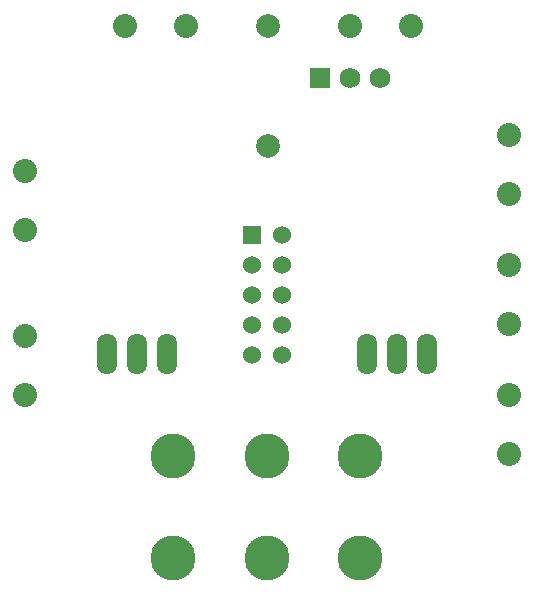
<source format=gbs>
%FSLAX36Y36*%
G04 Gerber Fmt 3.6, Leading zero omitted, Abs format (unit inch)*
G04 Created by KiCad (PCBNEW (2014-jul-16 BZR unknown)-product) date Sun 19 Oct 2014 05:14:07 PM PDT*
%MOIN*%
G01*
G04 APERTURE LIST*
%ADD10C,0.003937*%
%ADD11R,0.068000X0.068000*%
%ADD12C,0.068000*%
%ADD13R,0.060000X0.060000*%
%ADD14C,0.060000*%
%ADD15C,0.080000*%
%ADD16O,0.066900X0.137800*%
%ADD17C,0.078700*%
%ADD18C,0.150000*%
G04 APERTURE END LIST*
D10*
D11*
X5100000Y-4200000D03*
D12*
X5200000Y-4200000D03*
X5300000Y-4200000D03*
D13*
X4871260Y-4721260D03*
D14*
X4971260Y-4721260D03*
X4871260Y-4821260D03*
X4971260Y-4821260D03*
X4871260Y-4921260D03*
X4971260Y-4921260D03*
X4871260Y-5021260D03*
X4971260Y-5021260D03*
X4871260Y-5121260D03*
X4971260Y-5121260D03*
D15*
X5728346Y-5255906D03*
X5728346Y-5452756D03*
X5728346Y-4822835D03*
X5728346Y-5019685D03*
X5728346Y-4389764D03*
X5728346Y-4586614D03*
X4114173Y-5255906D03*
X4114173Y-5059055D03*
X4114173Y-4704724D03*
X4114173Y-4507874D03*
D16*
X5354331Y-5118110D03*
X5254331Y-5118110D03*
X5454331Y-5118110D03*
X4488189Y-5118110D03*
X4388189Y-5118110D03*
X4588189Y-5118110D03*
D17*
X4925000Y-4025000D03*
X4925000Y-4425000D03*
D15*
X5400500Y-4025000D03*
X5199500Y-4025000D03*
X4650500Y-4025000D03*
X4449500Y-4025000D03*
D18*
X4921260Y-5799921D03*
X4921260Y-5459921D03*
X5233260Y-5799921D03*
X4609260Y-5459921D03*
X5233260Y-5459921D03*
X4609260Y-5799921D03*
M02*

</source>
